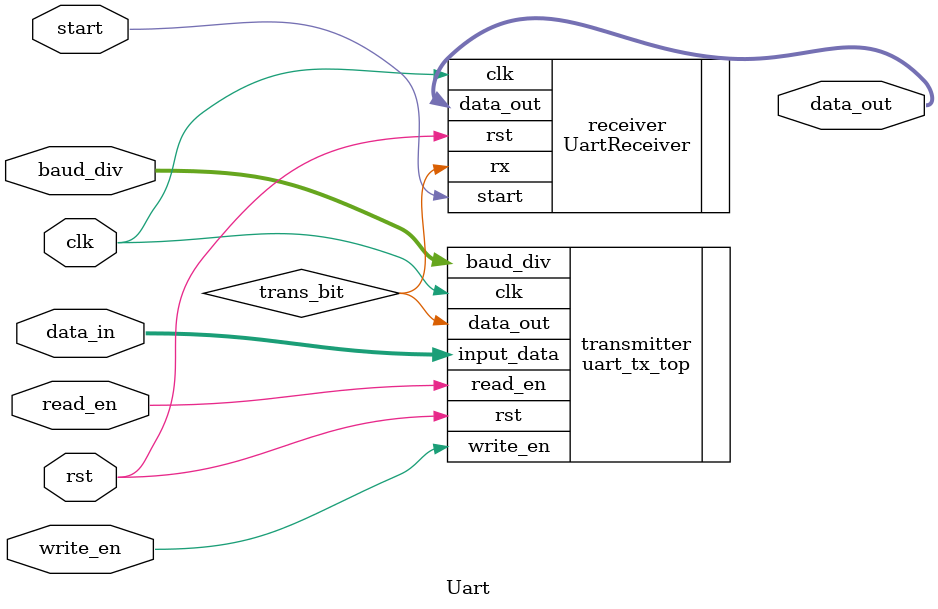
<source format=sv>
module Uart (
    input logic clk,
    input logic rst,
    input logic [15:0] baud_div,
    input logic write_en, read_en,
    input logic start,
    input logic [7:0] data_in,
    output logic [8:0] data_out
);
logic trans_bit;

uart_tx_top transmitter (
    .clk(clk),
    .rst(rst),
    .baud_div(baud_div),
    .write_en(write_en),
    .read_en(read_en),
    .input_data(data_in),
    .data_out(trans_bit)

);
UartReceiver receiver(
    .clk(clk),
    .rst(rst),
    .start(start),
    .rx(trans_bit),
    .data_out(data_out)
);
endmodule

</source>
